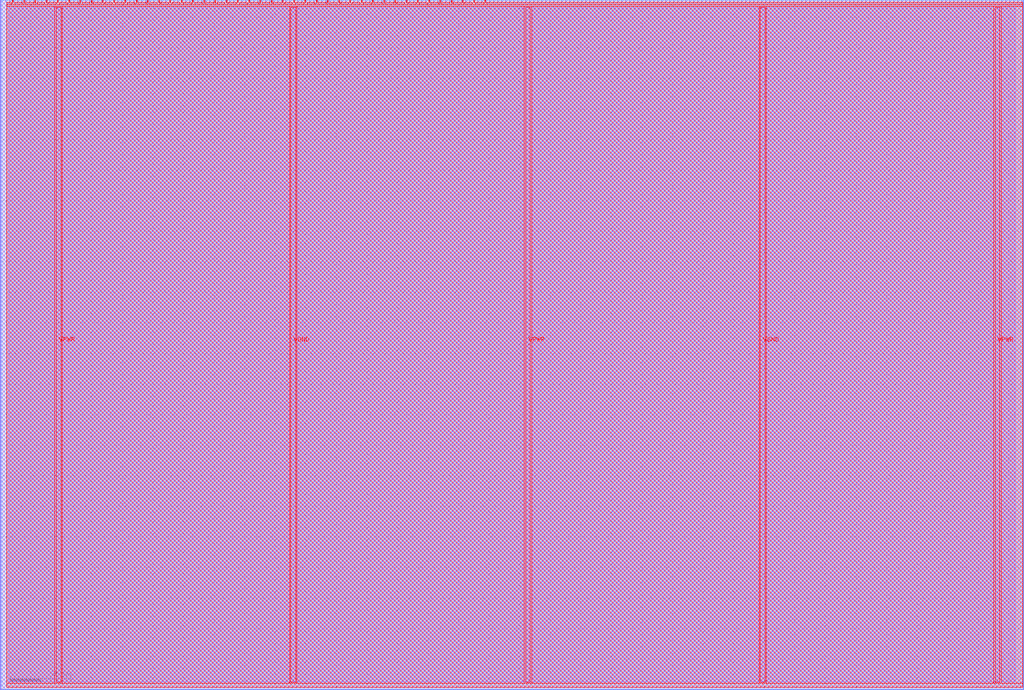
<source format=lef>
VERSION 5.7 ;
  NOWIREEXTENSIONATPIN ON ;
  DIVIDERCHAR "/" ;
  BUSBITCHARS "[]" ;
MACRO tt_um_urish_spell
  CLASS BLOCK ;
  FOREIGN tt_um_urish_spell ;
  ORIGIN 0.000 0.000 ;
  SIZE 334.880 BY 225.760 ;
  PIN VGND
    DIRECTION INOUT ;
    USE GROUND ;
    PORT
      LAYER met4 ;
        RECT 95.080 2.480 96.680 223.280 ;
    END
    PORT
      LAYER met4 ;
        RECT 248.680 2.480 250.280 223.280 ;
    END
  END VGND
  PIN VPWR
    DIRECTION INOUT ;
    USE POWER ;
    PORT
      LAYER met4 ;
        RECT 18.280 2.480 19.880 223.280 ;
    END
    PORT
      LAYER met4 ;
        RECT 171.880 2.480 173.480 223.280 ;
    END
    PORT
      LAYER met4 ;
        RECT 325.480 2.480 327.080 223.280 ;
    END
  END VPWR
  PIN clk
    DIRECTION INPUT ;
    USE SIGNAL ;
    ANTENNAGATEAREA 0.852000 ;
    PORT
      LAYER met4 ;
        RECT 154.870 224.760 155.170 225.760 ;
    END
  END clk
  PIN ena
    DIRECTION INPUT ;
    USE SIGNAL ;
    PORT
      LAYER met4 ;
        RECT 158.550 224.760 158.850 225.760 ;
    END
  END ena
  PIN rst_n
    DIRECTION INPUT ;
    USE SIGNAL ;
    ANTENNAGATEAREA 0.213000 ;
    PORT
      LAYER met4 ;
        RECT 151.190 224.760 151.490 225.760 ;
    END
  END rst_n
  PIN ui_in[0]
    DIRECTION INPUT ;
    USE SIGNAL ;
    ANTENNAGATEAREA 0.213000 ;
    PORT
      LAYER met4 ;
        RECT 147.510 224.760 147.810 225.760 ;
    END
  END ui_in[0]
  PIN ui_in[1]
    DIRECTION INPUT ;
    USE SIGNAL ;
    ANTENNAGATEAREA 0.126000 ;
    PORT
      LAYER met4 ;
        RECT 143.830 224.760 144.130 225.760 ;
    END
  END ui_in[1]
  PIN ui_in[2]
    DIRECTION INPUT ;
    USE SIGNAL ;
    ANTENNAGATEAREA 0.213000 ;
    PORT
      LAYER met4 ;
        RECT 140.150 224.760 140.450 225.760 ;
    END
  END ui_in[2]
  PIN ui_in[3]
    DIRECTION INPUT ;
    USE SIGNAL ;
    ANTENNAGATEAREA 0.213000 ;
    PORT
      LAYER met4 ;
        RECT 136.470 224.760 136.770 225.760 ;
    END
  END ui_in[3]
  PIN ui_in[4]
    DIRECTION INPUT ;
    USE SIGNAL ;
    ANTENNAGATEAREA 0.196500 ;
    PORT
      LAYER met4 ;
        RECT 132.790 224.760 133.090 225.760 ;
    END
  END ui_in[4]
  PIN ui_in[5]
    DIRECTION INPUT ;
    USE SIGNAL ;
    ANTENNAGATEAREA 0.247500 ;
    PORT
      LAYER met4 ;
        RECT 129.110 224.760 129.410 225.760 ;
    END
  END ui_in[5]
  PIN ui_in[6]
    DIRECTION INPUT ;
    USE SIGNAL ;
    ANTENNAGATEAREA 0.213000 ;
    PORT
      LAYER met4 ;
        RECT 125.430 224.760 125.730 225.760 ;
    END
  END ui_in[6]
  PIN ui_in[7]
    DIRECTION INPUT ;
    USE SIGNAL ;
    PORT
      LAYER met4 ;
        RECT 121.750 224.760 122.050 225.760 ;
    END
  END ui_in[7]
  PIN uio_in[0]
    DIRECTION INPUT ;
    USE SIGNAL ;
    ANTENNAGATEAREA 0.196500 ;
    PORT
      LAYER met4 ;
        RECT 118.070 224.760 118.370 225.760 ;
    END
  END uio_in[0]
  PIN uio_in[1]
    DIRECTION INPUT ;
    USE SIGNAL ;
    ANTENNAGATEAREA 0.196500 ;
    PORT
      LAYER met4 ;
        RECT 114.390 224.760 114.690 225.760 ;
    END
  END uio_in[1]
  PIN uio_in[2]
    DIRECTION INPUT ;
    USE SIGNAL ;
    ANTENNAGATEAREA 0.196500 ;
    PORT
      LAYER met4 ;
        RECT 110.710 224.760 111.010 225.760 ;
    END
  END uio_in[2]
  PIN uio_in[3]
    DIRECTION INPUT ;
    USE SIGNAL ;
    ANTENNAGATEAREA 0.196500 ;
    PORT
      LAYER met4 ;
        RECT 107.030 224.760 107.330 225.760 ;
    END
  END uio_in[3]
  PIN uio_in[4]
    DIRECTION INPUT ;
    USE SIGNAL ;
    ANTENNAGATEAREA 0.196500 ;
    PORT
      LAYER met4 ;
        RECT 103.350 224.760 103.650 225.760 ;
    END
  END uio_in[4]
  PIN uio_in[5]
    DIRECTION INPUT ;
    USE SIGNAL ;
    ANTENNAGATEAREA 0.196500 ;
    PORT
      LAYER met4 ;
        RECT 99.670 224.760 99.970 225.760 ;
    END
  END uio_in[5]
  PIN uio_in[6]
    DIRECTION INPUT ;
    USE SIGNAL ;
    ANTENNAGATEAREA 0.196500 ;
    PORT
      LAYER met4 ;
        RECT 95.990 224.760 96.290 225.760 ;
    END
  END uio_in[6]
  PIN uio_in[7]
    DIRECTION INPUT ;
    USE SIGNAL ;
    ANTENNAGATEAREA 0.196500 ;
    PORT
      LAYER met4 ;
        RECT 92.310 224.760 92.610 225.760 ;
    END
  END uio_in[7]
  PIN uio_oe[0]
    DIRECTION OUTPUT TRISTATE ;
    USE SIGNAL ;
    ANTENNAGATEAREA 0.373500 ;
    ANTENNADIFFAREA 0.891000 ;
    PORT
      LAYER met4 ;
        RECT 29.750 224.760 30.050 225.760 ;
    END
  END uio_oe[0]
  PIN uio_oe[1]
    DIRECTION OUTPUT TRISTATE ;
    USE SIGNAL ;
    ANTENNAGATEAREA 0.373500 ;
    ANTENNADIFFAREA 0.891000 ;
    PORT
      LAYER met4 ;
        RECT 26.070 224.760 26.370 225.760 ;
    END
  END uio_oe[1]
  PIN uio_oe[2]
    DIRECTION OUTPUT TRISTATE ;
    USE SIGNAL ;
    ANTENNAGATEAREA 0.373500 ;
    ANTENNADIFFAREA 0.891000 ;
    PORT
      LAYER met4 ;
        RECT 22.390 224.760 22.690 225.760 ;
    END
  END uio_oe[2]
  PIN uio_oe[3]
    DIRECTION OUTPUT TRISTATE ;
    USE SIGNAL ;
    ANTENNAGATEAREA 0.373500 ;
    ANTENNADIFFAREA 0.891000 ;
    PORT
      LAYER met4 ;
        RECT 18.710 224.760 19.010 225.760 ;
    END
  END uio_oe[3]
  PIN uio_oe[4]
    DIRECTION OUTPUT TRISTATE ;
    USE SIGNAL ;
    ANTENNAGATEAREA 0.373500 ;
    ANTENNADIFFAREA 0.891000 ;
    PORT
      LAYER met4 ;
        RECT 15.030 224.760 15.330 225.760 ;
    END
  END uio_oe[4]
  PIN uio_oe[5]
    DIRECTION OUTPUT TRISTATE ;
    USE SIGNAL ;
    ANTENNAGATEAREA 0.373500 ;
    ANTENNADIFFAREA 0.891000 ;
    PORT
      LAYER met4 ;
        RECT 11.350 224.760 11.650 225.760 ;
    END
  END uio_oe[5]
  PIN uio_oe[6]
    DIRECTION OUTPUT TRISTATE ;
    USE SIGNAL ;
    ANTENNAGATEAREA 0.373500 ;
    ANTENNADIFFAREA 0.891000 ;
    PORT
      LAYER met4 ;
        RECT 7.670 224.760 7.970 225.760 ;
    END
  END uio_oe[6]
  PIN uio_oe[7]
    DIRECTION OUTPUT TRISTATE ;
    USE SIGNAL ;
    ANTENNAGATEAREA 0.373500 ;
    ANTENNADIFFAREA 0.891000 ;
    PORT
      LAYER met4 ;
        RECT 3.990 224.760 4.290 225.760 ;
    END
  END uio_oe[7]
  PIN uio_out[0]
    DIRECTION OUTPUT TRISTATE ;
    USE SIGNAL ;
    ANTENNAGATEAREA 0.742500 ;
    ANTENNADIFFAREA 0.891000 ;
    PORT
      LAYER met4 ;
        RECT 59.190 224.760 59.490 225.760 ;
    END
  END uio_out[0]
  PIN uio_out[1]
    DIRECTION OUTPUT TRISTATE ;
    USE SIGNAL ;
    ANTENNAGATEAREA 0.742500 ;
    ANTENNADIFFAREA 0.891000 ;
    PORT
      LAYER met4 ;
        RECT 55.510 224.760 55.810 225.760 ;
    END
  END uio_out[1]
  PIN uio_out[2]
    DIRECTION OUTPUT TRISTATE ;
    USE SIGNAL ;
    ANTENNAGATEAREA 0.742500 ;
    ANTENNADIFFAREA 0.891000 ;
    PORT
      LAYER met4 ;
        RECT 51.830 224.760 52.130 225.760 ;
    END
  END uio_out[2]
  PIN uio_out[3]
    DIRECTION OUTPUT TRISTATE ;
    USE SIGNAL ;
    ANTENNAGATEAREA 0.742500 ;
    ANTENNADIFFAREA 0.891000 ;
    PORT
      LAYER met4 ;
        RECT 48.150 224.760 48.450 225.760 ;
    END
  END uio_out[3]
  PIN uio_out[4]
    DIRECTION OUTPUT TRISTATE ;
    USE SIGNAL ;
    ANTENNAGATEAREA 0.742500 ;
    ANTENNADIFFAREA 0.891000 ;
    PORT
      LAYER met4 ;
        RECT 44.470 224.760 44.770 225.760 ;
    END
  END uio_out[4]
  PIN uio_out[5]
    DIRECTION OUTPUT TRISTATE ;
    USE SIGNAL ;
    ANTENNAGATEAREA 0.742500 ;
    ANTENNADIFFAREA 0.891000 ;
    PORT
      LAYER met4 ;
        RECT 40.790 224.760 41.090 225.760 ;
    END
  END uio_out[5]
  PIN uio_out[6]
    DIRECTION OUTPUT TRISTATE ;
    USE SIGNAL ;
    ANTENNAGATEAREA 0.742500 ;
    ANTENNADIFFAREA 0.891000 ;
    PORT
      LAYER met4 ;
        RECT 37.110 224.760 37.410 225.760 ;
    END
  END uio_out[6]
  PIN uio_out[7]
    DIRECTION OUTPUT TRISTATE ;
    USE SIGNAL ;
    ANTENNAGATEAREA 0.742500 ;
    ANTENNADIFFAREA 0.891000 ;
    PORT
      LAYER met4 ;
        RECT 33.430 224.760 33.730 225.760 ;
    END
  END uio_out[7]
  PIN uo_out[0]
    DIRECTION OUTPUT TRISTATE ;
    USE SIGNAL ;
    ANTENNADIFFAREA 1.782000 ;
    PORT
      LAYER met4 ;
        RECT 88.630 224.760 88.930 225.760 ;
    END
  END uo_out[0]
  PIN uo_out[1]
    DIRECTION OUTPUT TRISTATE ;
    USE SIGNAL ;
    ANTENNADIFFAREA 1.336500 ;
    PORT
      LAYER met4 ;
        RECT 84.950 224.760 85.250 225.760 ;
    END
  END uo_out[1]
  PIN uo_out[2]
    DIRECTION OUTPUT TRISTATE ;
    USE SIGNAL ;
    ANTENNADIFFAREA 1.782000 ;
    PORT
      LAYER met4 ;
        RECT 81.270 224.760 81.570 225.760 ;
    END
  END uo_out[2]
  PIN uo_out[3]
    DIRECTION OUTPUT TRISTATE ;
    USE SIGNAL ;
    ANTENNADIFFAREA 0.795200 ;
    PORT
      LAYER met4 ;
        RECT 77.590 224.760 77.890 225.760 ;
    END
  END uo_out[3]
  PIN uo_out[4]
    DIRECTION OUTPUT TRISTATE ;
    USE SIGNAL ;
    PORT
      LAYER met4 ;
        RECT 73.910 224.760 74.210 225.760 ;
    END
  END uo_out[4]
  PIN uo_out[5]
    DIRECTION OUTPUT TRISTATE ;
    USE SIGNAL ;
    PORT
      LAYER met4 ;
        RECT 70.230 224.760 70.530 225.760 ;
    END
  END uo_out[5]
  PIN uo_out[6]
    DIRECTION OUTPUT TRISTATE ;
    USE SIGNAL ;
    PORT
      LAYER met4 ;
        RECT 66.550 224.760 66.850 225.760 ;
    END
  END uo_out[6]
  PIN uo_out[7]
    DIRECTION OUTPUT TRISTATE ;
    USE SIGNAL ;
    PORT
      LAYER met4 ;
        RECT 62.870 224.760 63.170 225.760 ;
    END
  END uo_out[7]
  OBS
      LAYER li1 ;
        RECT 2.760 2.635 332.120 223.125 ;
      LAYER met1 ;
        RECT 0.070 0.040 334.810 225.720 ;
      LAYER met2 ;
        RECT 0.100 0.010 334.790 225.750 ;
      LAYER met3 ;
        RECT 0.525 0.175 334.815 225.585 ;
      LAYER met4 ;
        RECT 2.135 224.360 3.590 224.905 ;
        RECT 4.690 224.360 7.270 224.905 ;
        RECT 8.370 224.360 10.950 224.905 ;
        RECT 12.050 224.360 14.630 224.905 ;
        RECT 15.730 224.360 18.310 224.905 ;
        RECT 19.410 224.360 21.990 224.905 ;
        RECT 23.090 224.360 25.670 224.905 ;
        RECT 26.770 224.360 29.350 224.905 ;
        RECT 30.450 224.360 33.030 224.905 ;
        RECT 34.130 224.360 36.710 224.905 ;
        RECT 37.810 224.360 40.390 224.905 ;
        RECT 41.490 224.360 44.070 224.905 ;
        RECT 45.170 224.360 47.750 224.905 ;
        RECT 48.850 224.360 51.430 224.905 ;
        RECT 52.530 224.360 55.110 224.905 ;
        RECT 56.210 224.360 58.790 224.905 ;
        RECT 59.890 224.360 62.470 224.905 ;
        RECT 63.570 224.360 66.150 224.905 ;
        RECT 67.250 224.360 69.830 224.905 ;
        RECT 70.930 224.360 73.510 224.905 ;
        RECT 74.610 224.360 77.190 224.905 ;
        RECT 78.290 224.360 80.870 224.905 ;
        RECT 81.970 224.360 84.550 224.905 ;
        RECT 85.650 224.360 88.230 224.905 ;
        RECT 89.330 224.360 91.910 224.905 ;
        RECT 93.010 224.360 95.590 224.905 ;
        RECT 96.690 224.360 99.270 224.905 ;
        RECT 100.370 224.360 102.950 224.905 ;
        RECT 104.050 224.360 106.630 224.905 ;
        RECT 107.730 224.360 110.310 224.905 ;
        RECT 111.410 224.360 113.990 224.905 ;
        RECT 115.090 224.360 117.670 224.905 ;
        RECT 118.770 224.360 121.350 224.905 ;
        RECT 122.450 224.360 125.030 224.905 ;
        RECT 126.130 224.360 128.710 224.905 ;
        RECT 129.810 224.360 132.390 224.905 ;
        RECT 133.490 224.360 136.070 224.905 ;
        RECT 137.170 224.360 139.750 224.905 ;
        RECT 140.850 224.360 143.430 224.905 ;
        RECT 144.530 224.360 147.110 224.905 ;
        RECT 148.210 224.360 150.790 224.905 ;
        RECT 151.890 224.360 154.470 224.905 ;
        RECT 155.570 224.360 158.150 224.905 ;
        RECT 159.250 224.360 334.585 224.905 ;
        RECT 2.135 223.680 334.585 224.360 ;
        RECT 2.135 2.080 17.880 223.680 ;
        RECT 20.280 2.080 94.680 223.680 ;
        RECT 97.080 2.080 171.480 223.680 ;
        RECT 173.880 2.080 248.280 223.680 ;
        RECT 250.680 2.080 325.080 223.680 ;
        RECT 327.480 2.080 334.585 223.680 ;
        RECT 2.135 0.855 334.585 2.080 ;
  END
END tt_um_urish_spell
END LIBRARY


</source>
